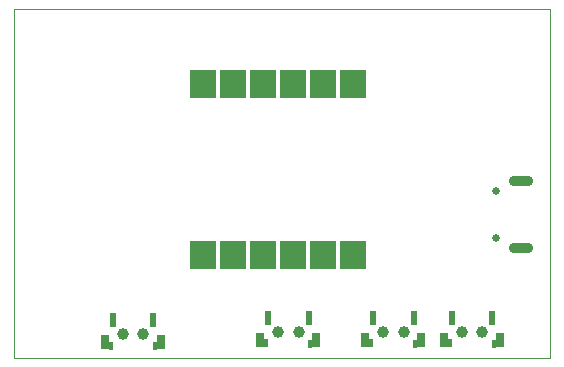
<source format=gbr>
%TF.GenerationSoftware,KiCad,Pcbnew,7.0.6*%
%TF.CreationDate,2024-03-03T22:58:42+08:00*%
%TF.ProjectId,Digital Clock,44696769-7461-46c2-9043-6c6f636b2e6b,_____*%
%TF.SameCoordinates,Original*%
%TF.FileFunction,Soldermask,Bot*%
%TF.FilePolarity,Negative*%
%FSLAX46Y46*%
G04 Gerber Fmt 4.6, Leading zero omitted, Abs format (unit mm)*
G04 Created by KiCad (PCBNEW 7.0.6) date 2024-03-03 22:58:42*
%MOMM*%
%LPD*%
G01*
G04 APERTURE LIST*
%ADD10C,0.650000*%
%ADD11O,2.090000X0.930000*%
%ADD12R,0.600000X1.200000*%
%ADD13R,0.650000X1.300000*%
%ADD14R,0.400000X0.650000*%
%ADD15C,1.000000*%
%ADD16R,2.200000X2.450000*%
%TA.AperFunction,Profile*%
%ADD17C,0.100000*%
%TD*%
G04 APERTURE END LIST*
D10*
%TO.C,J1*%
X84237500Y-38760000D03*
X84237500Y-34760000D03*
D11*
X86337500Y-39590000D03*
X86337500Y-33910000D03*
%TD*%
D12*
%TO.C,SW2*%
X55206000Y-45720000D03*
X51756000Y-45720000D03*
D13*
X51116000Y-47560000D03*
D14*
X51636000Y-47880000D03*
X55316000Y-47890000D03*
D13*
X55836000Y-47570000D03*
D15*
X52656000Y-46920000D03*
X54356000Y-46920000D03*
%TD*%
D12*
%TO.C,SW5*%
X73790000Y-45540000D03*
X77240000Y-45540000D03*
D13*
X73150000Y-47380000D03*
D14*
X73670000Y-47700000D03*
X77350000Y-47710000D03*
D13*
X77870000Y-47390000D03*
D15*
X74690000Y-46740000D03*
X76390000Y-46740000D03*
%TD*%
D16*
%TO.C,D1*%
X72110000Y-25700000D03*
X64490000Y-25695000D03*
X61950000Y-25700000D03*
X59410000Y-40175000D03*
X69570000Y-25705000D03*
X59410000Y-25690000D03*
X64490000Y-40180000D03*
X69570000Y-40190000D03*
X72110000Y-40185000D03*
X67030000Y-25695000D03*
X61950000Y-40185000D03*
X67030000Y-40180000D03*
%TD*%
D12*
%TO.C,SW1*%
X80450000Y-45540000D03*
X83900000Y-45540000D03*
D13*
X79810000Y-47380000D03*
D14*
X80330000Y-47700000D03*
X84010000Y-47710000D03*
D13*
X84530000Y-47390000D03*
D15*
X81350000Y-46740000D03*
X83050000Y-46740000D03*
%TD*%
D12*
%TO.C,SW3*%
X64900000Y-45540000D03*
X68350000Y-45540000D03*
D13*
X64260000Y-47380000D03*
D14*
X64780000Y-47700000D03*
X68460000Y-47710000D03*
D13*
X68980000Y-47390000D03*
D15*
X65800000Y-46740000D03*
X67500000Y-46740000D03*
%TD*%
D17*
X43410000Y-19400000D02*
X88800000Y-19400000D01*
X88800000Y-48900000D01*
X43410000Y-48900000D01*
X43410000Y-19400000D01*
M02*

</source>
